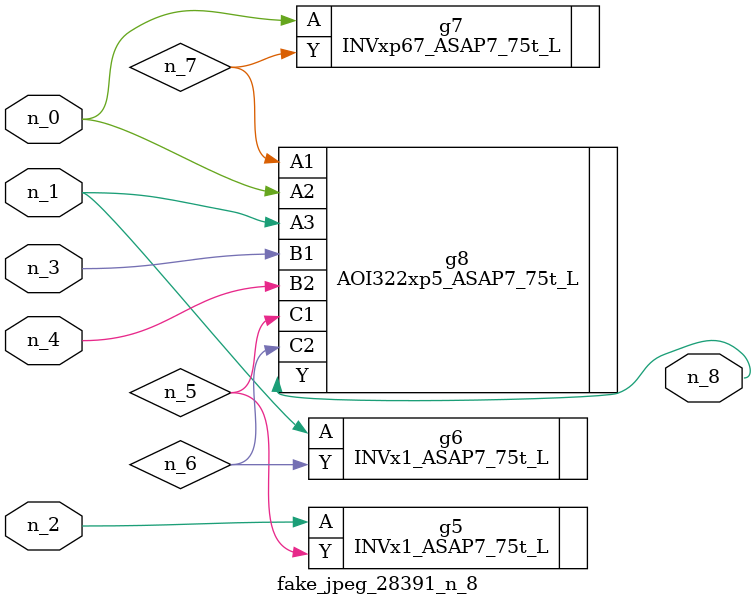
<source format=v>
module fake_jpeg_28391_n_8 (n_3, n_2, n_1, n_0, n_4, n_8);

input n_3;
input n_2;
input n_1;
input n_0;
input n_4;

output n_8;

wire n_6;
wire n_5;
wire n_7;

INVx1_ASAP7_75t_L g5 ( 
.A(n_2),
.Y(n_5)
);

INVx1_ASAP7_75t_L g6 ( 
.A(n_1),
.Y(n_6)
);

INVxp67_ASAP7_75t_L g7 ( 
.A(n_0),
.Y(n_7)
);

AOI322xp5_ASAP7_75t_L g8 ( 
.A1(n_7),
.A2(n_0),
.A3(n_1),
.B1(n_3),
.B2(n_4),
.C1(n_5),
.C2(n_6),
.Y(n_8)
);


endmodule
</source>
